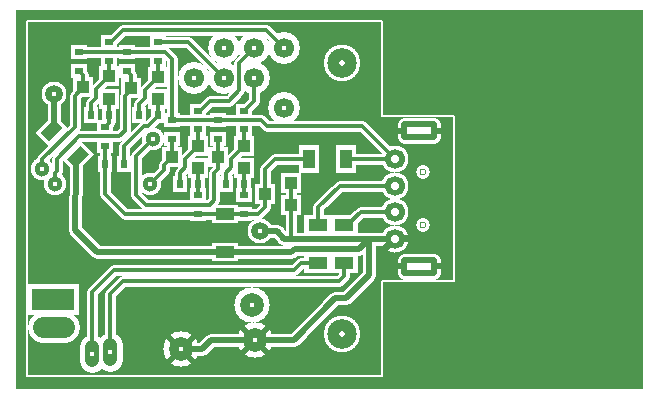
<source format=gbr>
%FSLAX34Y34*%
%MOMM*%
%LNCOPPER_TOP*%
G71*
G01*
%ADD10C, 0.00*%
%ADD11C, 0.15*%
%ADD12C, 3.10*%
%ADD13C, 3.00*%
%ADD14C, 1.60*%
%ADD15C, 2.30*%
%ADD16C, 2.70*%
%ADD17C, 1.20*%
%ADD18C, 2.60*%
%ADD19C, 1.10*%
%ADD20C, 2.10*%
%ADD21C, 2.15*%
%ADD22R, 1.70X1.70*%
%ADD23C, 1.90*%
%ADD24C, 0.90*%
%ADD25R, 1.40X1.20*%
%ADD26R, 1.20X1.40*%
%ADD27C, 0.50*%
%ADD28R, 2.20X1.60*%
%ADD29R, 1.81X2.40*%
%ADD30R, 2.40X1.81*%
%ADD31C, 0.49*%
%ADD32C, 0.57*%
%ADD33C, 2.50*%
%ADD34C, 2.00*%
%ADD35C, 1.00*%
%ADD36C, 1.70*%
%ADD37C, 1.70*%
%ADD38C, 0.60*%
%ADD39C, 1.80*%
%ADD40C, 1.50*%
%ADD41C, 1.15*%
%ADD42R, 1.10X1.10*%
%ADD43C, 1.30*%
%ADD44C, 0.30*%
%ADD45R, 0.80X0.60*%
%ADD46R, 0.60X0.80*%
%ADD47R, 1.60X1.00*%
%ADD48R, 1.01X1.60*%
%ADD49R, 1.60X1.01*%
%ADD50C, 0.40*%
%ADD51C, 0.70*%
%ADD52C, 0.00*%
%LPD*%
G54D10*
X0Y0D02*
X530000Y0D01*
X530000Y-320000D01*
X0Y-320000D01*
X0Y0D01*
G36*
X0Y0D02*
X530000Y0D01*
X530000Y-320000D01*
X0Y-320000D01*
X0Y0D01*
G37*
%LPC*%
G54D11*
X9922Y-9922D02*
X9922Y-309959D01*
G54D11*
X309959Y-9922D02*
X9922Y-9922D01*
G54D11*
X309959Y-309960D02*
X9922Y-309959D01*
G54D11*
X309959Y-89694D02*
X371078Y-89694D01*
G54D11*
X309959Y-230188D02*
X371078Y-230188D01*
G54D11*
X309959Y-9922D02*
X309959Y-89694D01*
G54D11*
X371078Y-89694D02*
X371078Y-230188D01*
G54D11*
X309959Y-230188D02*
X309959Y-309960D01*
X276225Y-274638D02*
G54D12*
D03*
X276225Y-45244D02*
G54D12*
D03*
X202410Y-279800D02*
G54D13*
D03*
X200025Y-250031D02*
G54D13*
D03*
X140100Y-287340D02*
G54D13*
D03*
X80169Y-289719D02*
G54D14*
D03*
X64691Y-291306D02*
G54D14*
D03*
X321072Y-126603D02*
G54D15*
D03*
X321072Y-149225D02*
G54D15*
D03*
X321072Y-171450D02*
G54D15*
D03*
X321070Y-194070D02*
G54D15*
D03*
X227012Y-32544D02*
G54D16*
D03*
X345281Y-137716D02*
G54D17*
D03*
X345281Y-182562D02*
G54D17*
D03*
X201612Y-32544D02*
G54D16*
D03*
G54D18*
X22750Y-268684D02*
X40750Y-268684D01*
G36*
X9750Y-232269D02*
X53750Y-232269D01*
X53750Y-258269D01*
X9750Y-258269D01*
X9750Y-232269D01*
G37*
X176212Y-32544D02*
G54D16*
D03*
X201612Y-57944D02*
G54D16*
D03*
X176212Y-57944D02*
G54D16*
D03*
X150812Y-57944D02*
G54D16*
D03*
G54D19*
X140097Y-287338D02*
X157559Y-287338D01*
X165100Y-279797D01*
X202406Y-279797D01*
G54D19*
X202406Y-279797D02*
X235347Y-279797D01*
X270669Y-244475D01*
X279400Y-244475D01*
X298847Y-225028D01*
X298847Y-194072D01*
G54D19*
X207169Y-187722D02*
X221059Y-187722D01*
X227409Y-194072D01*
X321072Y-194072D01*
X207170Y-187720D02*
G54D20*
D03*
X32147Y-71438D02*
G54D20*
D03*
X227012Y-83344D02*
G54D16*
D03*
G54D21*
X80169Y-283969D02*
X80169Y-295469D01*
G54D21*
X64691Y-285556D02*
X64691Y-297056D01*
X233362Y-146844D02*
G54D22*
D03*
X233362Y-165844D02*
G54D22*
D03*
X211162Y-156344D02*
G54D22*
D03*
X22598Y-134964D02*
G54D23*
D03*
X33314Y-147664D02*
G54D23*
D03*
X113482Y-147664D02*
G54D23*
D03*
X116681Y-109538D02*
G54D23*
D03*
G54D24*
X233362Y-165894D02*
X233363Y-146894D01*
X154781Y-115094D02*
G54D22*
D03*
X154781Y-134094D02*
G54D22*
D03*
X132581Y-124594D02*
G54D22*
D03*
X132581Y-93687D02*
G54D25*
D03*
X132581Y-109587D02*
G54D25*
D03*
G54D24*
X321072Y-126603D02*
X280051Y-126603D01*
X154781Y-147639D02*
G54D26*
D03*
X138882Y-147639D02*
G54D26*
D03*
X154769Y-157150D02*
G54D25*
D03*
X154769Y-173050D02*
G54D25*
D03*
G54D24*
X154781Y-147639D02*
X154781Y-157138D01*
X154769Y-157150D01*
G54D19*
X177403Y-205238D02*
X233362Y-205184D01*
X236141Y-202406D01*
X290459Y-202459D01*
X298847Y-194072D01*
X79375Y-56356D02*
G54D22*
D03*
X79375Y-75356D02*
G54D22*
D03*
X57175Y-65856D02*
G54D22*
D03*
G54D24*
X154781Y-134094D02*
X154781Y-147639D01*
X154793Y-147651D01*
G54D24*
X138882Y-147640D02*
X138894Y-138100D01*
X143657Y-133338D01*
X143657Y-126194D01*
X154781Y-115094D01*
G54D24*
X63476Y-88902D02*
X63488Y-79363D01*
X68250Y-74600D01*
X68250Y-67457D01*
X79375Y-56356D01*
X79375Y-88902D02*
G54D26*
D03*
X63476Y-88902D02*
G54D26*
D03*
G54D24*
X79375Y-75356D02*
X79375Y-88902D01*
X79387Y-88914D01*
X120253Y-56753D02*
G54D22*
D03*
X120253Y-75753D02*
G54D22*
D03*
X98053Y-66253D02*
G54D22*
D03*
G54D24*
X104354Y-89299D02*
X104366Y-79760D01*
X109129Y-74997D01*
X109129Y-67854D01*
X120253Y-56753D01*
X120253Y-89299D02*
G54D26*
D03*
X104354Y-89299D02*
G54D26*
D03*
G54D24*
X120253Y-75753D02*
X120253Y-89299D01*
X120265Y-89311D01*
G54D24*
X132581Y-124594D02*
X132581Y-109587D01*
X132556Y-109562D01*
X154775Y-85573D02*
G54D25*
D03*
X154775Y-101472D02*
G54D25*
D03*
G54D24*
X132581Y-93687D02*
X207987Y-93687D01*
X213122Y-98822D01*
X293291Y-98822D01*
X321072Y-126603D01*
G36*
X32248Y-88526D02*
X43633Y-99911D01*
X28077Y-115467D01*
X16692Y-104083D01*
X32248Y-88526D01*
G37*
G36*
X54879Y-111157D02*
X66263Y-122541D01*
X50707Y-138098D01*
X39322Y-126713D01*
X54879Y-111157D01*
G37*
G54D19*
X32147Y-71438D02*
X32147Y-100012D01*
X30162Y-101997D01*
G54D19*
X52793Y-124627D02*
X52793Y-126595D01*
X50800Y-128588D01*
X50403Y-186928D01*
X68659Y-205184D01*
X177403Y-205238D01*
G54D24*
X57150Y-65881D02*
X50006Y-73025D01*
X50006Y-99219D01*
X22622Y-126603D01*
X22622Y-134938D01*
G54D24*
X33314Y-148855D02*
X33314Y-138136D01*
X34925Y-136525D01*
X34925Y-126206D01*
X53975Y-107156D01*
X87709Y-107156D01*
X92472Y-102394D01*
X92472Y-73025D01*
X98053Y-67444D01*
X94481Y-35744D02*
G54D25*
D03*
X94481Y-51643D02*
G54D25*
D03*
X53603Y-35744D02*
G54D25*
D03*
X53603Y-51643D02*
G54D25*
D03*
G54D24*
X53603Y-35744D02*
X94481Y-35744D01*
G54D24*
X94481Y-35744D02*
X126231Y-35744D01*
X132556Y-42069D01*
X120278Y-27806D02*
G54D25*
D03*
X120278Y-43705D02*
G54D25*
D03*
X79400Y-27806D02*
G54D25*
D03*
X79400Y-43705D02*
G54D25*
D03*
G54D24*
X98053Y-66253D02*
X98053Y-55215D01*
X94481Y-51643D01*
G54D24*
X57175Y-65856D02*
X57175Y-55215D01*
X53603Y-51643D01*
G54D24*
X79400Y-43705D02*
X79400Y-56331D01*
X79375Y-56356D01*
G54D24*
X120278Y-43705D02*
X120278Y-56728D01*
X120253Y-56753D01*
G54D24*
X132581Y-93687D02*
X132556Y-42069D01*
G54D24*
X120278Y-27806D02*
X146075Y-27806D01*
X176212Y-57944D01*
G54D24*
X79400Y-27806D02*
X80541Y-27806D01*
X91281Y-17066D01*
X211534Y-17066D01*
X227012Y-32544D01*
X75828Y-99244D02*
G54D25*
D03*
X75828Y-115143D02*
G54D25*
D03*
X91702Y-130572D02*
G54D26*
D03*
X75803Y-130572D02*
G54D26*
D03*
G54D24*
X151197Y-173050D02*
X92484Y-173050D01*
X75803Y-156369D01*
X75803Y-130572D01*
X75803Y-115094D01*
G54D24*
X79375Y-88902D02*
X79375Y-95697D01*
X75828Y-99244D01*
G54D24*
X91702Y-130572D02*
X91702Y-115466D01*
X108744Y-98425D01*
X112316Y-98425D01*
X119459Y-91281D01*
X119459Y-90093D01*
X120253Y-89299D01*
G54D24*
X132581Y-124594D02*
X125412Y-131762D01*
X125412Y-135734D01*
X113482Y-147664D01*
G54D24*
X154775Y-85573D02*
X155727Y-85573D01*
X159147Y-82153D01*
X164306Y-76994D01*
G54D24*
X201612Y-32544D02*
X188913Y-45244D01*
X188912Y-68313D01*
X180231Y-76994D01*
X164306Y-76994D01*
G54D24*
X154781Y-115094D02*
X154775Y-101472D01*
X193675Y-115094D02*
G54D22*
D03*
X193675Y-134094D02*
G54D22*
D03*
X171475Y-124594D02*
G54D22*
D03*
X171475Y-93687D02*
G54D25*
D03*
X171475Y-109587D02*
G54D25*
D03*
X193675Y-147639D02*
G54D26*
D03*
X177776Y-147639D02*
G54D26*
D03*
X193663Y-157150D02*
G54D25*
D03*
X193663Y-173050D02*
G54D25*
D03*
G54D24*
X193675Y-147639D02*
X193675Y-157138D01*
X193663Y-157150D01*
G54D24*
X193675Y-134094D02*
X193675Y-147639D01*
X193687Y-147651D01*
G54D24*
X177776Y-147640D02*
X177788Y-138100D01*
X182550Y-133338D01*
X182550Y-126194D01*
X193675Y-115094D01*
G54D24*
X171475Y-124594D02*
X171475Y-109587D01*
X171450Y-109562D01*
X193669Y-85573D02*
G54D25*
D03*
X193669Y-101472D02*
G54D25*
D03*
G54D24*
X193675Y-115094D02*
X193669Y-101472D01*
G54D24*
X171475Y-124594D02*
X171475Y-134912D01*
X167878Y-138509D01*
X167878Y-161528D01*
X164306Y-165100D01*
X110331Y-165100D01*
X101997Y-156766D01*
X101997Y-124222D01*
X116681Y-109538D01*
G54D24*
X201612Y-57944D02*
X201612Y-77629D01*
X193669Y-85573D01*
G54D19*
X329009Y-222647D02*
X354409Y-222647D01*
G54D19*
X354409Y-222647D02*
X354409Y-211931D01*
G54D19*
X329009Y-211931D02*
X354409Y-211931D01*
G54D19*
X329009Y-222647D02*
X329009Y-211931D01*
G54D19*
X328612Y-107950D02*
X354012Y-107950D01*
G54D19*
X354012Y-107950D02*
X354012Y-97234D01*
G54D19*
X328612Y-97234D02*
X354012Y-97234D01*
G54D19*
X328612Y-107950D02*
X328612Y-97234D01*
G54D27*
X329009Y-217091D02*
X316706Y-217091D01*
G54D27*
X366712Y-217091D02*
X354409Y-217091D01*
X177403Y-173038D02*
G54D28*
D03*
X177403Y-205238D02*
G54D28*
D03*
G54D24*
X154769Y-173050D02*
X193663Y-173050D01*
G54D24*
X193663Y-173050D02*
X205172Y-173050D01*
X211138Y-167084D01*
X211138Y-156369D01*
X211162Y-156344D01*
G54D24*
X233362Y-165844D02*
X233362Y-194072D01*
X248047Y-126603D02*
G54D29*
D03*
X280051Y-126603D02*
G54D29*
D03*
G54D24*
X248047Y-126603D02*
X219472Y-126603D01*
X211138Y-134938D01*
X211138Y-156319D01*
X211162Y-156344D01*
X256381Y-214709D02*
G54D30*
D03*
X256381Y-182705D02*
G54D30*
D03*
X277812Y-214709D02*
G54D30*
D03*
X277812Y-182705D02*
G54D30*
D03*
G54D24*
X321072Y-171450D02*
X292100Y-171450D01*
X282575Y-180975D01*
X279543Y-180975D01*
X277812Y-182705D01*
G54D24*
X256381Y-182705D02*
X256381Y-167481D01*
X274638Y-149225D01*
X321072Y-149225D01*
G54D24*
X64691Y-291306D02*
X64691Y-239316D01*
X83344Y-220662D01*
X235744Y-220662D01*
X241697Y-214709D01*
X256381Y-214709D01*
G54D24*
X277812Y-214709D02*
X277812Y-225425D01*
X273844Y-229394D01*
X91281Y-229394D01*
X80169Y-240506D01*
X80169Y-289719D01*
G54D27*
X366316Y-102394D02*
X354012Y-102394D01*
G54D27*
X328612Y-102394D02*
X316309Y-102394D01*
%LPD*%
G54D27*
G36*
X200642Y-278032D02*
X211602Y-267072D01*
X215138Y-270608D01*
X204178Y-281568D01*
X200642Y-278032D01*
G37*
G36*
X204178Y-278032D02*
X215138Y-288992D01*
X211602Y-292528D01*
X200642Y-281568D01*
X204178Y-278032D01*
G37*
G36*
X204178Y-281568D02*
X193218Y-292528D01*
X189682Y-288992D01*
X200642Y-278032D01*
X204178Y-281568D01*
G37*
G36*
X200642Y-281568D02*
X189682Y-270608D01*
X193218Y-267072D01*
X204178Y-278032D01*
X200642Y-281568D01*
G37*
G54D31*
G36*
X138379Y-285619D02*
X149340Y-274659D01*
X152781Y-278100D01*
X141821Y-289061D01*
X138379Y-285619D01*
G37*
G36*
X141821Y-285619D02*
X152781Y-296580D01*
X149340Y-300021D01*
X138379Y-289061D01*
X141821Y-285619D01*
G37*
G36*
X141821Y-289061D02*
X130860Y-300021D01*
X127419Y-296580D01*
X138379Y-285619D01*
X141821Y-289061D01*
G37*
G36*
X138379Y-289061D02*
X127419Y-278100D01*
X130860Y-274659D01*
X141821Y-285619D01*
X138379Y-289061D01*
G37*
G54D32*
G36*
X321070Y-191237D02*
X333070Y-191237D01*
X333070Y-196903D01*
X321070Y-196903D01*
X321070Y-191237D01*
G37*
G36*
X323073Y-196073D02*
X314588Y-204559D01*
X310581Y-200552D01*
X319067Y-192067D01*
X323073Y-196073D01*
G37*
G54D27*
X276225Y-274638D02*
G54D33*
D03*
X276225Y-45244D02*
G54D33*
D03*
X202410Y-279800D02*
G54D34*
D03*
X200025Y-250031D02*
G54D34*
D03*
X140100Y-287340D02*
G54D34*
D03*
X80169Y-289719D02*
G54D35*
D03*
X64691Y-291306D02*
G54D35*
D03*
X321072Y-126603D02*
G54D36*
D03*
X321072Y-149225D02*
G54D36*
D03*
X321072Y-171450D02*
G54D36*
D03*
X321070Y-194070D02*
G54D36*
D03*
X227012Y-32544D02*
G54D37*
D03*
X345281Y-137716D02*
G54D38*
D03*
X345281Y-182562D02*
G54D38*
D03*
X201612Y-32544D02*
G54D37*
D03*
G54D39*
X22750Y-268684D02*
X40750Y-268684D01*
G36*
X13750Y-236269D02*
X49750Y-236269D01*
X49750Y-254269D01*
X13750Y-254269D01*
X13750Y-236269D01*
G37*
X176212Y-32544D02*
G54D37*
D03*
X201612Y-57944D02*
G54D37*
D03*
X176212Y-57944D02*
G54D37*
D03*
X150812Y-57944D02*
G54D37*
D03*
G54D27*
X140097Y-287338D02*
X157559Y-287338D01*
X165100Y-279797D01*
X202406Y-279797D01*
G54D27*
X202406Y-279797D02*
X235347Y-279797D01*
X270669Y-244475D01*
X279400Y-244475D01*
X298847Y-225028D01*
X298847Y-194072D01*
G54D27*
X207169Y-187722D02*
X221059Y-187722D01*
X227409Y-194072D01*
X321072Y-194072D01*
X207170Y-187720D02*
G54D40*
D03*
X32147Y-71438D02*
G54D40*
D03*
X227012Y-83344D02*
G54D37*
D03*
G54D41*
X80169Y-283969D02*
X80169Y-295469D01*
G54D41*
X64691Y-285556D02*
X64691Y-297056D01*
X233362Y-146844D02*
G54D42*
D03*
X233362Y-165844D02*
G54D42*
D03*
X211162Y-156344D02*
G54D42*
D03*
X22598Y-134964D02*
G54D43*
D03*
X33314Y-147664D02*
G54D43*
D03*
X113482Y-147664D02*
G54D43*
D03*
X116681Y-109538D02*
G54D43*
D03*
G54D44*
X233362Y-165894D02*
X233363Y-146894D01*
X154781Y-115094D02*
G54D42*
D03*
X154781Y-134094D02*
G54D42*
D03*
X132581Y-124594D02*
G54D42*
D03*
X132581Y-93687D02*
G54D45*
D03*
X132581Y-109587D02*
G54D45*
D03*
G54D44*
X321072Y-126603D02*
X280051Y-126603D01*
X154781Y-147639D02*
G54D46*
D03*
X138882Y-147639D02*
G54D46*
D03*
X154769Y-157150D02*
G54D45*
D03*
X154769Y-173050D02*
G54D45*
D03*
G54D44*
X154781Y-147639D02*
X154781Y-157138D01*
X154769Y-157150D01*
G54D27*
X177403Y-205238D02*
X233362Y-205184D01*
X236141Y-202406D01*
X290459Y-202459D01*
X298847Y-194072D01*
X79375Y-56356D02*
G54D42*
D03*
X79375Y-75356D02*
G54D42*
D03*
X57175Y-65856D02*
G54D42*
D03*
G54D44*
X154781Y-134094D02*
X154781Y-147639D01*
X154793Y-147651D01*
G54D44*
X138882Y-147640D02*
X138894Y-138100D01*
X143657Y-133338D01*
X143657Y-126194D01*
X154781Y-115094D01*
G54D44*
X63476Y-88902D02*
X63488Y-79363D01*
X68250Y-74600D01*
X68250Y-67457D01*
X79375Y-56356D01*
X79375Y-88902D02*
G54D46*
D03*
X63476Y-88902D02*
G54D46*
D03*
G54D44*
X79375Y-75356D02*
X79375Y-88902D01*
X79387Y-88914D01*
X120253Y-56753D02*
G54D42*
D03*
X120253Y-75753D02*
G54D42*
D03*
X98053Y-66253D02*
G54D42*
D03*
G54D44*
X104354Y-89299D02*
X104366Y-79760D01*
X109129Y-74997D01*
X109129Y-67854D01*
X120253Y-56753D01*
X120253Y-89299D02*
G54D46*
D03*
X104354Y-89299D02*
G54D46*
D03*
G54D44*
X120253Y-75753D02*
X120253Y-89299D01*
X120265Y-89311D01*
G54D44*
X132581Y-124594D02*
X132581Y-109587D01*
X132556Y-109562D01*
X154775Y-85573D02*
G54D45*
D03*
X154775Y-101472D02*
G54D45*
D03*
G54D44*
X132581Y-93687D02*
X207987Y-93687D01*
X213122Y-98822D01*
X293291Y-98822D01*
X321072Y-126603D01*
G36*
X32248Y-92769D02*
X39390Y-99911D01*
X28077Y-111225D01*
X20935Y-104083D01*
X32248Y-92769D01*
G37*
G36*
X54879Y-115399D02*
X62021Y-122541D01*
X50707Y-133855D01*
X43565Y-126713D01*
X54879Y-115399D01*
G37*
G54D27*
X32147Y-71438D02*
X32147Y-100012D01*
X30162Y-101997D01*
G54D27*
X52793Y-124627D02*
X52793Y-126595D01*
X50800Y-128588D01*
X50403Y-186928D01*
X68659Y-205184D01*
X177403Y-205238D01*
G54D44*
X57150Y-65881D02*
X50006Y-73025D01*
X50006Y-99219D01*
X22622Y-126603D01*
X22622Y-134938D01*
G54D44*
X33314Y-148855D02*
X33314Y-138136D01*
X34925Y-136525D01*
X34925Y-126206D01*
X53975Y-107156D01*
X87709Y-107156D01*
X92472Y-102394D01*
X92472Y-73025D01*
X98053Y-67444D01*
X94481Y-35744D02*
G54D45*
D03*
X94481Y-51643D02*
G54D45*
D03*
X53603Y-35744D02*
G54D45*
D03*
X53603Y-51643D02*
G54D45*
D03*
G54D44*
X53603Y-35744D02*
X94481Y-35744D01*
G54D44*
X94481Y-35744D02*
X126231Y-35744D01*
X132556Y-42069D01*
X120278Y-27806D02*
G54D45*
D03*
X120278Y-43705D02*
G54D45*
D03*
X79400Y-27806D02*
G54D45*
D03*
X79400Y-43705D02*
G54D45*
D03*
G54D44*
X98053Y-66253D02*
X98053Y-55215D01*
X94481Y-51643D01*
G54D44*
X57175Y-65856D02*
X57175Y-55215D01*
X53603Y-51643D01*
G54D44*
X79400Y-43705D02*
X79400Y-56331D01*
X79375Y-56356D01*
G54D44*
X120278Y-43705D02*
X120278Y-56728D01*
X120253Y-56753D01*
G54D44*
X132581Y-93687D02*
X132556Y-42069D01*
G54D44*
X120278Y-27806D02*
X146075Y-27806D01*
X176212Y-57944D01*
G54D44*
X79400Y-27806D02*
X80541Y-27806D01*
X91281Y-17066D01*
X211534Y-17066D01*
X227012Y-32544D01*
X75828Y-99244D02*
G54D45*
D03*
X75828Y-115143D02*
G54D45*
D03*
X91702Y-130572D02*
G54D46*
D03*
X75803Y-130572D02*
G54D46*
D03*
G54D44*
X151197Y-173050D02*
X92484Y-173050D01*
X75803Y-156369D01*
X75803Y-130572D01*
X75803Y-115094D01*
G54D44*
X79375Y-88902D02*
X79375Y-95697D01*
X75828Y-99244D01*
G54D44*
X91702Y-130572D02*
X91702Y-115466D01*
X108744Y-98425D01*
X112316Y-98425D01*
X119459Y-91281D01*
X119459Y-90093D01*
X120253Y-89299D01*
G54D44*
X132581Y-124594D02*
X125412Y-131762D01*
X125412Y-135734D01*
X113482Y-147664D01*
G54D44*
X154775Y-85573D02*
X155727Y-85573D01*
X159147Y-82153D01*
X164306Y-76994D01*
G54D44*
X201612Y-32544D02*
X188913Y-45244D01*
X188912Y-68313D01*
X180231Y-76994D01*
X164306Y-76994D01*
G54D44*
X154781Y-115094D02*
X154775Y-101472D01*
X193675Y-115094D02*
G54D42*
D03*
X193675Y-134094D02*
G54D42*
D03*
X171475Y-124594D02*
G54D42*
D03*
X171475Y-93687D02*
G54D45*
D03*
X171475Y-109587D02*
G54D45*
D03*
X193675Y-147639D02*
G54D46*
D03*
X177776Y-147639D02*
G54D46*
D03*
X193663Y-157150D02*
G54D45*
D03*
X193663Y-173050D02*
G54D45*
D03*
G54D44*
X193675Y-147639D02*
X193675Y-157138D01*
X193663Y-157150D01*
G54D44*
X193675Y-134094D02*
X193675Y-147639D01*
X193687Y-147651D01*
G54D44*
X177776Y-147640D02*
X177788Y-138100D01*
X182550Y-133338D01*
X182550Y-126194D01*
X193675Y-115094D01*
G54D44*
X171475Y-124594D02*
X171475Y-109587D01*
X171450Y-109562D01*
X193669Y-85573D02*
G54D45*
D03*
X193669Y-101472D02*
G54D45*
D03*
G54D44*
X193675Y-115094D02*
X193669Y-101472D01*
G54D44*
X171475Y-124594D02*
X171475Y-134912D01*
X167878Y-138509D01*
X167878Y-161528D01*
X164306Y-165100D01*
X110331Y-165100D01*
X101997Y-156766D01*
X101997Y-124222D01*
X116681Y-109538D01*
G54D44*
X201612Y-57944D02*
X201612Y-77629D01*
X193669Y-85573D01*
G54D27*
X329009Y-222647D02*
X354409Y-222647D01*
G54D27*
X354409Y-222647D02*
X354409Y-211931D01*
G54D27*
X329009Y-211931D02*
X354409Y-211931D01*
G54D27*
X329009Y-222647D02*
X329009Y-211931D01*
G54D27*
X328612Y-107950D02*
X354012Y-107950D01*
G54D27*
X354012Y-107950D02*
X354012Y-97234D01*
G54D27*
X328612Y-97234D02*
X354012Y-97234D01*
G54D27*
X328612Y-107950D02*
X328612Y-97234D01*
G54D27*
X329009Y-217091D02*
X316706Y-217091D01*
G54D27*
X366712Y-217091D02*
X354409Y-217091D01*
X177403Y-173038D02*
G54D47*
D03*
X177403Y-205238D02*
G54D47*
D03*
G54D44*
X154769Y-173050D02*
X193663Y-173050D01*
G54D44*
X193663Y-173050D02*
X205172Y-173050D01*
X211138Y-167084D01*
X211138Y-156369D01*
X211162Y-156344D01*
G54D44*
X233362Y-165844D02*
X233362Y-194072D01*
X248047Y-126603D02*
G54D48*
D03*
X280051Y-126603D02*
G54D48*
D03*
G54D44*
X248047Y-126603D02*
X219472Y-126603D01*
X211138Y-134938D01*
X211138Y-156319D01*
X211162Y-156344D01*
X256381Y-214709D02*
G54D49*
D03*
X256381Y-182705D02*
G54D49*
D03*
X277812Y-214709D02*
G54D49*
D03*
X277812Y-182705D02*
G54D49*
D03*
G54D44*
X321072Y-171450D02*
X292100Y-171450D01*
X282575Y-180975D01*
X279543Y-180975D01*
X277812Y-182705D01*
G54D44*
X256381Y-182705D02*
X256381Y-167481D01*
X274638Y-149225D01*
X321072Y-149225D01*
G54D44*
X64691Y-291306D02*
X64691Y-239316D01*
X83344Y-220662D01*
X235744Y-220662D01*
X241697Y-214709D01*
X256381Y-214709D01*
G54D44*
X277812Y-214709D02*
X277812Y-225425D01*
X273844Y-229394D01*
X91281Y-229394D01*
X80169Y-240506D01*
X80169Y-289719D01*
G54D27*
X366316Y-102394D02*
X354012Y-102394D01*
G54D27*
X328612Y-102394D02*
X316309Y-102394D01*
%LNAUGENFREISTANZEN*%
%LPC*%
X276225Y-274638D02*
G54D27*
D03*
X276225Y-45244D02*
G54D27*
D03*
X202410Y-279800D02*
G54D50*
D03*
X200025Y-250031D02*
G54D50*
D03*
X140100Y-287340D02*
G54D50*
D03*
X80169Y-289719D02*
G54D44*
D03*
X64691Y-291306D02*
G54D44*
D03*
X321072Y-126603D02*
G54D51*
D03*
X321072Y-149225D02*
G54D51*
D03*
X321072Y-171450D02*
G54D51*
D03*
X321070Y-194070D02*
G54D51*
D03*
X227012Y-32544D02*
G54D50*
D03*
X345281Y-137716D02*
G54D50*
D03*
X345281Y-182562D02*
G54D50*
D03*
X201612Y-32544D02*
G54D50*
D03*
X31750Y-268684D02*
G54D52*
D03*
X31750Y-245269D02*
G54D52*
D03*
X176212Y-32544D02*
G54D50*
D03*
X201612Y-57944D02*
G54D50*
D03*
X176212Y-57944D02*
G54D50*
D03*
X150812Y-57944D02*
G54D50*
D03*
X207170Y-187720D02*
G54D50*
D03*
X32147Y-71438D02*
G54D50*
D03*
X227012Y-83344D02*
G54D50*
D03*
X80169Y-289719D02*
G54D50*
D03*
X64691Y-291306D02*
G54D50*
D03*
X22598Y-134964D02*
G54D50*
D03*
X33314Y-147664D02*
G54D50*
D03*
X113482Y-147664D02*
G54D50*
D03*
X116681Y-109538D02*
G54D50*
D03*
M02*

</source>
